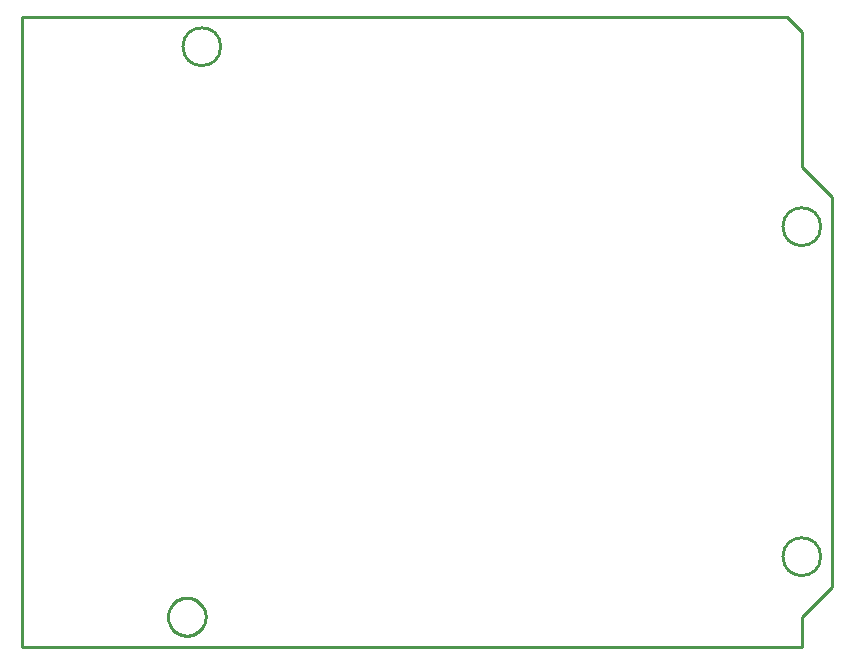
<source format=gbr>
G04 DipTrace 2.3.1.0*
%INTopAssy.gbr*%
%MOIN*%
%ADD10C,0.0098*%
%FSLAX44Y44*%
G04*
G70*
G90*
G75*
G01*
%LNTopAssy*%
%LPD*%
X20188Y3937D2*
D10*
Y4937D1*
X-5813Y3937D2*
X20188D1*
Y4937D2*
X21187Y5936D1*
Y18937D2*
X20188Y19937D1*
Y24437D2*
X19686Y24937D1*
X-5813D2*
Y3937D1*
X21187Y5936D2*
Y18937D1*
X20188Y19937D2*
Y24437D1*
X19686Y24937D2*
X-5813D1*
X-443Y23937D2*
G02X-443Y23937I630J0D01*
G01*
X-942Y4937D2*
X-941Y4981D1*
X-936Y5024D1*
X-928Y5068D1*
X-918Y5110D1*
X-904Y5152D1*
X-888Y5193D1*
X-869Y5232D1*
X-847Y5270D1*
X-822Y5307D1*
X-795Y5342D1*
X-766Y5374D1*
X-734Y5405D1*
X-700Y5433D1*
X-665Y5459D1*
X-628Y5482D1*
X-589Y5503D1*
X-549Y5521D1*
X-507Y5536D1*
X-465Y5548D1*
X-422Y5557D1*
X-379Y5563D1*
X-335Y5566D1*
X-291D1*
X-247Y5563D1*
X-204Y5557D1*
X-161Y5548D1*
X-119Y5536D1*
X-77Y5521D1*
X-37Y5503D1*
X1Y5482D1*
X39Y5459D1*
X74Y5433D1*
X108Y5405D1*
X139Y5374D1*
X169Y5342D1*
X196Y5307D1*
X220Y5270D1*
X242Y5232D1*
X262Y5193D1*
X278Y5152D1*
X292Y5110D1*
X302Y5068D1*
X310Y5024D1*
X314Y4981D1*
X316Y4937D1*
X314Y4893D1*
X310Y4849D1*
X302Y4806D1*
X292Y4763D1*
X278Y4721D1*
X262Y4680D1*
X242Y4641D1*
X220Y4603D1*
X196Y4566D1*
X169Y4532D1*
X139Y4499D1*
X108Y4468D1*
X74Y4440D1*
X39Y4414D1*
X1Y4391D1*
X-37Y4370D1*
X-77Y4352D1*
X-119Y4337D1*
X-161Y4325D1*
X-204Y4316D1*
X-247Y4310D1*
X-291Y4307D1*
X-335D1*
X-379Y4310D1*
X-422Y4316D1*
X-465Y4325D1*
X-507Y4337D1*
X-549Y4352D1*
X-589Y4370D1*
X-628Y4391D1*
X-665Y4414D1*
X-700Y4440D1*
X-734Y4468D1*
X-766Y4499D1*
X-795Y4532D1*
X-822Y4566D1*
X-847Y4603D1*
X-869Y4641D1*
X-888Y4680D1*
X-904Y4721D1*
X-918Y4763D1*
X-928Y4806D1*
X-936Y4849D1*
X-941Y4893D1*
X-942Y4937D1*
X19556Y6938D2*
G02X19556Y6938I630J0D01*
G01*
Y17938D2*
G02X19556Y17938I630J0D01*
G01*
M02*

</source>
